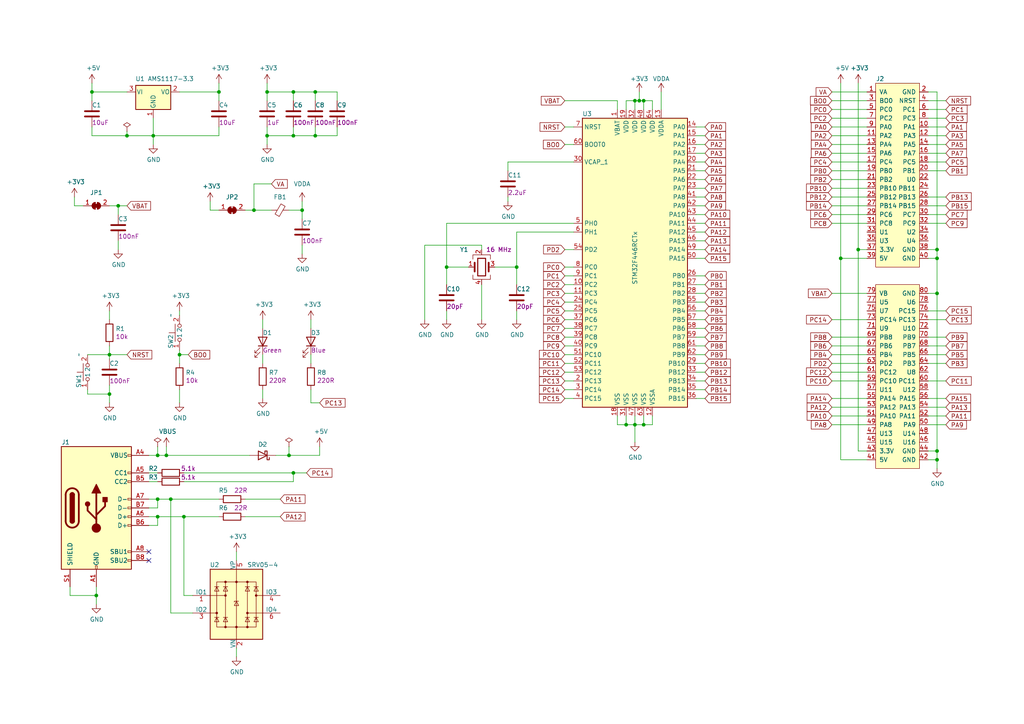
<source format=kicad_sch>
(kicad_sch (version 20211123) (generator eeschema)
  (paper "A4")
  (title_block (title "${TITLE}") (date "2021-06-14") (rev "${REVISION}") (company "${COMPANY}") (comment 1 "${URL}") (comment 2 "${AUTHOR}") (comment 3 "${EMAIL}"))
  (junction (at 45.72 149.86))
  (junction (at 31.75 102.87))
  (junction (at 184.15 29.21))
  (junction (at 271.78 130.81))
  (junction (at 85.09 26.67))
  (junction (at 186.69 29.21))
  (junction (at 85.09 39.37))
  (junction (at 48.26 132.08))
  (junction (at 271.78 74.93))
  (junction (at 271.78 133.35))
  (junction (at 83.82 132.08))
  (junction (at 243.84 74.93))
  (junction (at 31.75 114.3))
  (junction (at 34.29 59.69))
  (junction (at 129.54 77.47))
  (junction (at 44.45 39.37))
  (junction (at 63.5 26.67))
  (junction (at 52.07 102.87))
  (junction (at 91.44 26.67))
  (junction (at 45.72 144.78))
  (junction (at 149.86 77.47))
  (junction (at 87.63 60.96))
  (junction (at 181.61 123.19))
  (junction (at 184.15 123.19))
  (junction (at 77.47 39.37))
  (junction (at 77.47 26.67))
  (junction (at 26.67 26.67))
  (junction (at 248.92 72.39))
  (junction (at 49.53 144.78))
  (junction (at 186.69 123.19))
  (junction (at 271.78 72.39))
  (junction (at 185.42 29.21))
  (junction (at 73.66 60.96))
  (junction (at 27.94 172.72))
  (junction (at 36.83 39.37))
  (junction (at 91.44 39.37))
  (junction (at 271.78 85.09))
  (junction (at 45.72 132.08))
  (junction (at 53.34 149.86))
  (junction (at 85.09 137.16))
  (no_connect (at 43.18 162.56))
  (no_connect (at 43.18 160.02))
  (wire (pts (xy 269.24 123.19) (xy 274.32 123.19)))
  (wire (pts (xy 181.61 123.19) (xy 184.15 123.19)))
  (wire (pts (xy 166.37 95.25) (xy 163.83 95.25)))
  (wire (pts (xy 271.78 130.81) (xy 269.24 130.81)))
  (wire (pts (xy 189.23 123.19) (xy 186.69 123.19)))
  (wire (pts (xy 129.54 64.77) (xy 129.54 77.47)))
  (wire (pts (xy 45.72 129.54) (xy 45.72 132.08)))
  (wire (pts (xy 271.78 85.09) (xy 271.78 130.81)))
  (wire (pts (xy 48.26 129.54) (xy 48.26 132.08)))
  (wire (pts (xy 241.3 46.99) (xy 251.46 46.99)))
  (wire (pts (xy 269.24 64.77) (xy 274.32 64.77)))
  (wire (pts (xy 271.78 133.35) (xy 271.78 130.81)))
  (wire (pts (xy 251.46 72.39) (xy 248.92 72.39)))
  (wire (pts (xy 31.75 90.17) (xy 31.75 92.71)))
  (wire (pts (xy 147.32 58.42) (xy 147.32 57.15)))
  (wire (pts (xy 201.93 49.53) (xy 204.47 49.53)))
  (wire (pts (xy 123.19 71.12) (xy 123.19 92.71)))
  (wire (pts (xy 241.3 120.65) (xy 251.46 120.65)))
  (wire (pts (xy 166.37 90.17) (xy 163.83 90.17)))
  (wire (pts (xy 163.83 72.39) (xy 166.37 72.39)))
  (wire (pts (xy 149.86 67.31) (xy 149.86 77.47)))
  (wire (pts (xy 186.69 120.65) (xy 186.69 123.19)))
  (wire (pts (xy 269.24 46.99) (xy 274.32 46.99)))
  (wire (pts (xy 201.93 82.55) (xy 204.47 82.55)))
  (wire (pts (xy 204.47 100.33) (xy 201.93 100.33)))
  (wire (pts (xy 52.07 26.67) (xy 63.5 26.67)))
  (wire (pts (xy 243.84 74.93) (xy 243.84 133.35)))
  (wire (pts (xy 166.37 85.09) (xy 163.83 85.09)))
  (wire (pts (xy 184.15 31.75) (xy 184.15 29.21)))
  (wire (pts (xy 201.93 87.63) (xy 204.47 87.63)))
  (wire (pts (xy 251.46 100.33) (xy 241.3 100.33)))
  (wire (pts (xy 36.83 102.87) (xy 31.75 102.87)))
  (wire (pts (xy 43.18 147.32) (xy 45.72 147.32)))
  (wire (pts (xy 241.3 115.57) (xy 251.46 115.57)))
  (wire (pts (xy 52.07 102.87) (xy 52.07 105.41)))
  (wire (pts (xy 274.32 115.57) (xy 269.24 115.57)))
  (wire (pts (xy 274.32 34.29) (xy 269.24 34.29)))
  (wire (pts (xy 55.88 172.72) (xy 53.34 172.72)))
  (wire (pts (xy 31.75 116.84) (xy 31.75 114.3)))
  (wire (pts (xy 60.96 58.42) (xy 60.96 60.96)))
  (wire (pts (xy 91.44 39.37) (xy 97.79 39.37)))
  (wire (pts (xy 181.61 29.21) (xy 184.15 29.21)))
  (wire (pts (xy 204.47 46.99) (xy 201.93 46.99)))
  (wire (pts (xy 77.47 26.67) (xy 77.47 24.13)))
  (wire (pts (xy 204.47 57.15) (xy 201.93 57.15)))
  (wire (pts (xy 60.96 60.96) (xy 63.5 60.96)))
  (wire (pts (xy 76.2 95.25) (xy 76.2 92.71)))
  (wire (pts (xy 163.83 41.91) (xy 166.37 41.91)))
  (wire (pts (xy 91.44 29.21) (xy 91.44 26.67)))
  (wire (pts (xy 241.3 44.45) (xy 251.46 44.45)))
  (wire (pts (xy 166.37 67.31) (xy 149.86 67.31)))
  (wire (pts (xy 186.69 29.21) (xy 189.23 29.21)))
  (wire (pts (xy 44.45 41.91) (xy 44.45 39.37)))
  (wire (pts (xy 186.69 123.19) (xy 184.15 123.19)))
  (wire (pts (xy 77.47 36.83) (xy 77.47 39.37)))
  (wire (pts (xy 204.47 41.91) (xy 201.93 41.91)))
  (wire (pts (xy 139.7 71.12) (xy 123.19 71.12)))
  (wire (pts (xy 147.32 46.99) (xy 166.37 46.99)))
  (wire (pts (xy 36.83 39.37) (xy 44.45 39.37)))
  (wire (pts (xy 87.63 58.42) (xy 87.63 60.96)))
  (wire (pts (xy 274.32 118.11) (xy 269.24 118.11)))
  (wire (pts (xy 274.32 44.45) (xy 269.24 44.45)))
  (wire (pts (xy 77.47 26.67) (xy 85.09 26.67)))
  (wire (pts (xy 78.74 53.34) (xy 73.66 53.34)))
  (wire (pts (xy 204.47 67.31) (xy 201.93 67.31)))
  (wire (pts (xy 25.4 114.3) (xy 31.75 114.3)))
  (wire (pts (xy 201.93 64.77) (xy 204.47 64.77)))
  (wire (pts (xy 26.67 26.67) (xy 26.67 24.13)))
  (wire (pts (xy 201.93 59.69) (xy 204.47 59.69)))
  (wire (pts (xy 73.66 60.96) (xy 78.74 60.96)))
  (wire (pts (xy 181.61 120.65) (xy 181.61 123.19)))
  (wire (pts (xy 71.12 149.86) (xy 81.28 149.86)))
  (wire (pts (xy 251.46 130.81) (xy 248.92 130.81)))
  (wire (pts (xy 241.3 97.79) (xy 251.46 97.79)))
  (wire (pts (xy 204.47 62.23) (xy 201.93 62.23)))
  (wire (pts (xy 274.32 97.79) (xy 269.24 97.79)))
  (wire (pts (xy 163.83 92.71) (xy 166.37 92.71)))
  (wire (pts (xy 63.5 36.83) (xy 63.5 39.37)))
  (wire (pts (xy 139.7 72.39) (xy 139.7 71.12)))
  (wire (pts (xy 97.79 36.83) (xy 97.79 39.37)))
  (wire (pts (xy 80.01 132.08) (xy 83.82 132.08)))
  (wire (pts (xy 139.7 82.55) (xy 139.7 92.71)))
  (wire (pts (xy 43.18 144.78) (xy 45.72 144.78)))
  (wire (pts (xy 189.23 31.75) (xy 189.23 29.21)))
  (wire (pts (xy 201.93 54.61) (xy 204.47 54.61)))
  (wire (pts (xy 21.59 59.69) (xy 24.13 59.69)))
  (wire (pts (xy 189.23 120.65) (xy 189.23 123.19)))
  (wire (pts (xy 241.3 107.95) (xy 251.46 107.95)))
  (wire (pts (xy 201.93 44.45) (xy 204.47 44.45)))
  (wire (pts (xy 251.46 118.11) (xy 241.3 118.11)))
  (wire (pts (xy 48.26 132.08) (xy 72.39 132.08)))
  (wire (pts (xy 251.46 110.49) (xy 241.3 110.49)))
  (wire (pts (xy 163.83 107.95) (xy 166.37 107.95)))
  (wire (pts (xy 31.75 59.69) (xy 34.29 59.69)))
  (wire (pts (xy 274.32 110.49) (xy 269.24 110.49)))
  (wire (pts (xy 179.07 123.19) (xy 181.61 123.19)))
  (wire (pts (xy 201.93 69.85) (xy 204.47 69.85)))
  (wire (pts (xy 166.37 110.49) (xy 163.83 110.49)))
  (wire (pts (xy 34.29 59.69) (xy 36.83 59.69)))
  (wire (pts (xy 68.58 160.02) (xy 68.58 162.56)))
  (wire (pts (xy 243.84 74.93) (xy 251.46 74.93)))
  (wire (pts (xy 52.07 90.17) (xy 52.07 91.44)))
  (wire (pts (xy 85.09 137.16) (xy 88.9 137.16)))
  (wire (pts (xy 269.24 72.39) (xy 271.78 72.39)))
  (wire (pts (xy 204.47 52.07) (xy 201.93 52.07)))
  (wire (pts (xy 27.94 172.72) (xy 27.94 175.26)))
  (wire (pts (xy 43.18 152.4) (xy 45.72 152.4)))
  (wire (pts (xy 90.17 113.03) (xy 90.17 116.84)))
  (wire (pts (xy 204.47 72.39) (xy 201.93 72.39)))
  (wire (pts (xy 85.09 139.7) (xy 85.09 137.16)))
  (wire (pts (xy 77.47 39.37) (xy 85.09 39.37)))
  (wire (pts (xy 45.72 132.08) (xy 48.26 132.08)))
  (wire (pts (xy 26.67 36.83) (xy 26.67 39.37)))
  (wire (pts (xy 52.07 101.6) (xy 52.07 102.87)))
  (wire (pts (xy 241.3 41.91) (xy 251.46 41.91)))
  (wire (pts (xy 26.67 39.37) (xy 36.83 39.37)))
  (wire (pts (xy 83.82 60.96) (xy 87.63 60.96)))
  (wire (pts (xy 87.63 71.12) (xy 87.63 73.66)))
  (wire (pts (xy 71.12 60.96) (xy 73.66 60.96)))
  (wire (pts (xy 26.67 26.67) (xy 36.83 26.67)))
  (wire (pts (xy 45.72 149.86) (xy 53.34 149.86)))
  (wire (pts (xy 163.83 77.47) (xy 166.37 77.47)))
  (wire (pts (xy 166.37 105.41) (xy 163.83 105.41)))
  (wire (pts (xy 184.15 123.19) (xy 184.15 128.27)))
  (wire (pts (xy 274.32 49.53) (xy 269.24 49.53)))
  (wire (pts (xy 44.45 34.29) (xy 44.45 39.37)))
  (wire (pts (xy 241.3 102.87) (xy 251.46 102.87)))
  (wire (pts (xy 274.32 120.65) (xy 269.24 120.65)))
  (wire (pts (xy 85.09 26.67) (xy 85.09 29.21)))
  (wire (pts (xy 43.18 132.08) (xy 45.72 132.08)))
  (wire (pts (xy 34.29 69.85) (xy 34.29 72.39)))
  (wire (pts (xy 44.45 39.37) (xy 63.5 39.37)))
  (wire (pts (xy 201.93 102.87) (xy 204.47 102.87)))
  (wire (pts (xy 166.37 64.77) (xy 129.54 64.77)))
  (wire (pts (xy 31.75 100.33) (xy 31.75 102.87)))
  (wire (pts (xy 149.86 77.47) (xy 149.86 82.55)))
  (wire (pts (xy 241.3 62.23) (xy 251.46 62.23)))
  (wire (pts (xy 92.71 132.08) (xy 92.71 129.54)))
  (wire (pts (xy 166.37 100.33) (xy 163.83 100.33)))
  (wire (pts (xy 129.54 90.17) (xy 129.54 92.71)))
  (wire (pts (xy 147.32 49.53) (xy 147.32 46.99)))
  (wire (pts (xy 53.34 137.16) (xy 85.09 137.16)))
  (wire (pts (xy 248.92 24.13) (xy 248.92 72.39)))
  (wire (pts (xy 184.15 120.65) (xy 184.15 123.19)))
  (wire (pts (xy 204.47 36.83) (xy 201.93 36.83)))
  (wire (pts (xy 201.93 97.79) (xy 204.47 97.79)))
  (wire (pts (xy 241.3 29.21) (xy 251.46 29.21)))
  (wire (pts (xy 269.24 31.75) (xy 274.32 31.75)))
  (wire (pts (xy 163.83 36.83) (xy 166.37 36.83)))
  (wire (pts (xy 201.93 115.57) (xy 204.47 115.57)))
  (wire (pts (xy 241.3 52.07) (xy 251.46 52.07)))
  (wire (pts (xy 25.4 102.87) (xy 31.75 102.87)))
  (wire (pts (xy 77.47 26.67) (xy 77.47 29.21)))
  (wire (pts (xy 91.44 39.37) (xy 85.09 39.37)))
  (wire (pts (xy 43.18 137.16) (xy 45.72 137.16)))
  (wire (pts (xy 274.32 62.23) (xy 269.24 62.23)))
  (wire (pts (xy 251.46 105.41) (xy 241.3 105.41)))
  (wire (pts (xy 181.61 31.75) (xy 181.61 29.21)))
  (wire (pts (xy 163.83 113.03) (xy 166.37 113.03)))
  (wire (pts (xy 31.75 114.3) (xy 31.75 111.76)))
  (wire (pts (xy 163.83 87.63) (xy 166.37 87.63)))
  (wire (pts (xy 20.32 172.72) (xy 27.94 172.72)))
  (wire (pts (xy 204.47 105.41) (xy 201.93 105.41)))
  (wire (pts (xy 90.17 116.84) (xy 92.71 116.84)))
  (wire (pts (xy 90.17 102.87) (xy 90.17 105.41)))
  (wire (pts (xy 241.3 39.37) (xy 251.46 39.37)))
  (wire (pts (xy 274.32 39.37) (xy 269.24 39.37)))
  (wire (pts (xy 53.34 149.86) (xy 63.5 149.86)))
  (wire (pts (xy 25.4 113.03) (xy 25.4 114.3)))
  (wire (pts (xy 269.24 41.91) (xy 274.32 41.91)))
  (wire (pts (xy 49.53 177.8) (xy 49.53 144.78)))
  (wire (pts (xy 71.12 144.78) (xy 81.28 144.78)))
  (wire (pts (xy 163.83 29.21) (xy 179.07 29.21)))
  (wire (pts (xy 251.46 123.19) (xy 241.3 123.19)))
  (wire (pts (xy 241.3 92.71) (xy 251.46 92.71)))
  (wire (pts (xy 271.78 74.93) (xy 271.78 85.09)))
  (wire (pts (xy 91.44 36.83) (xy 91.44 39.37)))
  (wire (pts (xy 45.72 152.4) (xy 45.72 149.86)))
  (wire (pts (xy 97.79 29.21) (xy 97.79 26.67)))
  (wire (pts (xy 185.42 26.67) (xy 185.42 29.21)))
  (wire (pts (xy 241.3 54.61) (xy 251.46 54.61)))
  (wire (pts (xy 269.24 29.21) (xy 274.32 29.21)))
  (wire (pts (xy 201.93 110.49) (xy 204.47 110.49)))
  (wire (pts (xy 149.86 90.17) (xy 149.86 92.71)))
  (wire (pts (xy 201.93 92.71) (xy 204.47 92.71)))
  (wire (pts (xy 271.78 72.39) (xy 271.78 74.93)))
  (wire (pts (xy 204.47 90.17) (xy 201.93 90.17)))
  (wire (pts (xy 241.3 36.83) (xy 251.46 36.83)))
  (wire (pts (xy 87.63 60.96) (xy 87.63 63.5)))
  (wire (pts (xy 241.3 85.09) (xy 251.46 85.09)))
  (wire (pts (xy 166.37 115.57) (xy 163.83 115.57)))
  (wire (pts (xy 204.47 80.01) (xy 201.93 80.01)))
  (wire (pts (xy 45.72 144.78) (xy 49.53 144.78)))
  (wire (pts (xy 269.24 59.69) (xy 274.32 59.69)))
  (wire (pts (xy 269.24 74.93) (xy 271.78 74.93)))
  (wire (pts (xy 53.34 139.7) (xy 85.09 139.7)))
  (wire (pts (xy 271.78 85.09) (xy 269.24 85.09)))
  (wire (pts (xy 163.83 102.87) (xy 166.37 102.87)))
  (wire (pts (xy 248.92 72.39) (xy 248.92 130.81)))
  (wire (pts (xy 163.83 82.55) (xy 166.37 82.55)))
  (wire (pts (xy 49.53 144.78) (xy 63.5 144.78)))
  (wire (pts (xy 201.93 39.37) (xy 204.47 39.37)))
  (wire (pts (xy 20.32 170.18) (xy 20.32 172.72)))
  (wire (pts (xy 241.3 64.77) (xy 251.46 64.77)))
  (wire (pts (xy 36.83 38.1) (xy 36.83 39.37)))
  (wire (pts (xy 77.47 41.91) (xy 77.47 39.37)))
  (wire (pts (xy 271.78 135.89) (xy 271.78 133.35)))
  (wire (pts (xy 76.2 115.57) (xy 76.2 113.03)))
  (wire (pts (xy 91.44 26.67) (xy 97.79 26.67)))
  (wire (pts (xy 55.88 177.8) (xy 49.53 177.8)))
  (wire (pts (xy 26.67 26.67) (xy 26.67 29.21)))
  (wire (pts (xy 274.32 92.71) (xy 269.24 92.71)))
  (wire (pts (xy 73.66 53.34) (xy 73.66 60.96)))
  (wire (pts (xy 184.15 29.21) (xy 185.42 29.21)))
  (wire (pts (xy 63.5 26.67) (xy 63.5 24.13)))
  (wire (pts (xy 166.37 80.01) (xy 163.83 80.01)))
  (wire (pts (xy 52.07 113.03) (xy 52.07 116.84)))
  (wire (pts (xy 204.47 113.03) (xy 201.93 113.03)))
  (wire (pts (xy 21.59 57.15) (xy 21.59 59.69)))
  (wire (pts (xy 45.72 149.86) (xy 43.18 149.86)))
  (wire (pts (xy 45.72 139.7) (xy 43.18 139.7)))
  (wire (pts (xy 274.32 102.87) (xy 269.24 102.87)))
  (wire (pts (xy 34.29 59.69) (xy 34.29 62.23)))
  (wire (pts (xy 179.07 120.65) (xy 179.07 123.19)))
  (wire (pts (xy 243.84 24.13) (xy 243.84 74.93)))
  (wire (pts (xy 269.24 100.33) (xy 274.32 100.33)))
  (wire (pts (xy 91.44 26.67) (xy 85.09 26.67)))
  (wire (pts (xy 135.89 77.47) (xy 129.54 77.47)))
  (wire (pts (xy 204.47 107.95) (xy 201.93 107.95)))
  (wire (pts (xy 90.17 92.71) (xy 90.17 95.25)))
  (wire (pts (xy 27.94 170.18) (xy 27.94 172.72)))
  (wire (pts (xy 269.24 90.17) (xy 274.32 90.17)))
  (wire (pts (xy 83.82 132.08) (xy 92.71 132.08)))
  (wire (pts (xy 63.5 26.67) (xy 63.5 29.21)))
  (wire (pts (xy 201.93 74.93) (xy 204.47 74.93)))
  (wire (pts (xy 53.34 172.72) (xy 53.34 149.86)))
  (wire (pts (xy 129.54 77.47) (xy 129.54 82.55)))
  (wire (pts (xy 68.58 190.5) (xy 68.58 187.96)))
  (wire (pts (xy 274.32 57.15) (xy 269.24 57.15)))
  (wire (pts (xy 45.72 147.32) (xy 45.72 144.78)))
  (wire (pts (xy 185.42 29.21) (xy 186.69 29.21)))
  (wire (pts (xy 143.51 77.47) (xy 149.86 77.47)))
  (wire (pts (xy 83.82 129.54) (xy 83.82 132.08)))
  (wire (pts (xy 179.07 31.75) (xy 179.07 29.21)))
  (wire (pts (xy 191.77 26.67) (xy 191.77 31.75)))
  (wire (pts (xy 269.24 26.67) (xy 271.78 26.67)))
  (wire (pts (xy 271.78 133.35) (xy 269.24 133.35)))
  (wire (pts (xy 54.61 102.87) (xy 52.07 102.87)))
  (wire (pts (xy 204.47 95.25) (xy 201.93 95.25)))
  (wire (pts (xy 186.69 31.75) (xy 186.69 29.21)))
  (wire (pts (xy 241.3 34.29) (xy 251.46 34.29)))
  (wire (pts (xy 241.3 26.67) (xy 251.46 26.67)))
  (wire (pts (xy 76.2 105.41) (xy 76.2 102.87)))
  (wire (pts (xy 243.84 133.35) (xy 251.46 133.35)))
  (wire (pts (xy 241.3 59.69) (xy 251.46 59.69)))
  (wire (pts (xy 85.09 39.37) (xy 85.09 36.83)))
  (wire (pts (xy 241.3 31.75) (xy 251.46 31.75)))
  (wire (pts (xy 271.78 26.67) (xy 271.78 72.39)))
  (wire (pts (xy 31.75 102.87) (xy 31.75 104.14)))
  (wire (pts (xy 241.3 57.15) (xy 251.46 57.15)))
  (wire (pts (xy 269.24 36.83) (xy 274.32 36.83)))
  (wire (pts (xy 163.83 97.79) (xy 166.37 97.79)))
  (wire (pts (xy 204.47 85.09) (xy 201.93 85.09)))
  (wire (pts (xy 274.32 105.41) (xy 269.24 105.41)))
  (wire (pts (xy 241.3 49.53) (xy 251.46 49.53)))
  (global_label "PC8" (shape input) (at 163.83 97.79 180) (property "Intersheet References" "${INTERSHEET_REFS}" (effects hide)))
  (global_label "PC11" (shape input) (at 274.32 110.49 0) (property "Intersheet References" "${INTERSHEET_REFS}" (effects hide)))
  (global_label "PA9" (shape input) (at 274.32 123.19 0) (property "Intersheet References" "${INTERSHEET_REFS}" (effects hide)))
  (global_label "PB10" (shape input) (at 241.3 54.61 180) (property "Intersheet References" "${INTERSHEET_REFS}" (effects hide)))
  (global_label "PB14" (shape input) (at 241.3 59.69 180) (property "Intersheet References" "${INTERSHEET_REFS}" (effects hide)))
  (global_label "NRST" (shape input) (at 163.83 36.83 180) (property "Intersheet References" "${INTERSHEET_REFS}" (effects hide)))
  (global_label "PA14" (shape input) (at 204.47 72.39 0) (property "Intersheet References" "${INTERSHEET_REFS}" (effects hide)))
  (global_label "PC3" (shape input) (at 274.32 34.29 0) (property "Intersheet References" "${INTERSHEET_REFS}" (effects hide)))
  (global_label "PA6" (shape input) (at 241.3 44.45 180) (property "Intersheet References" "${INTERSHEET_REFS}" (effects hide)))
  (global_label "NRST" (shape input) (at 36.83 102.87 0) (property "Intersheet References" "${INTERSHEET_REFS}" (effects hide)))
  (global_label "PC2" (shape input) (at 241.3 34.29 180) (property "Intersheet References" "${INTERSHEET_REFS}" (effects hide)))
  (global_label "PC15" (shape input) (at 274.32 90.17 0) (property "Intersheet References" "${INTERSHEET_REFS}" (effects hide)))
  (global_label "PC13" (shape input) (at 163.83 110.49 180) (property "Intersheet References" "${INTERSHEET_REFS}" (effects hide)))
  (global_label "PA13" (shape input) (at 204.47 69.85 0) (property "Intersheet References" "${INTERSHEET_REFS}" (effects hide)))
  (global_label "PB2" (shape input) (at 204.47 85.09 0) (property "Intersheet References" "${INTERSHEET_REFS}" (effects hide)))
  (global_label "PB9" (shape input) (at 204.47 102.87 0) (property "Intersheet References" "${INTERSHEET_REFS}" (effects hide)))
  (global_label "BO0" (shape input) (at 241.3 29.21 180) (property "Intersheet References" "${INTERSHEET_REFS}" (effects hide)))
  (global_label "BO0" (shape input) (at 163.83 41.91 180) (property "Intersheet References" "${INTERSHEET_REFS}" (effects hide)))
  (global_label "VBAT" (shape input) (at 241.3 85.09 180) (property "Intersheet References" "${INTERSHEET_REFS}" (effects hide)))
  (global_label "PC11" (shape input) (at 163.83 105.41 180) (property "Intersheet References" "${INTERSHEET_REFS}" (effects hide)))
  (global_label "PB2" (shape input) (at 241.3 52.07 180) (property "Intersheet References" "${INTERSHEET_REFS}" (effects hide)))
  (global_label "PC12" (shape input) (at 241.3 107.95 180) (property "Intersheet References" "${INTERSHEET_REFS}" (effects hide)))
  (global_label "PB6" (shape input) (at 241.3 100.33 180) (property "Intersheet References" "${INTERSHEET_REFS}" (effects hide)))
  (global_label "PC2" (shape input) (at 163.83 82.55 180) (property "Intersheet References" "${INTERSHEET_REFS}" (effects hide)))
  (global_label "PB15" (shape input) (at 274.32 59.69 0) (property "Intersheet References" "${INTERSHEET_REFS}" (effects hide)))
  (global_label "PA4" (shape input) (at 204.47 46.99 0) (property "Intersheet References" "${INTERSHEET_REFS}" (effects hide)))
  (global_label "PB5" (shape input) (at 274.32 102.87 0) (property "Intersheet References" "${INTERSHEET_REFS}" (effects hide)))
  (global_label "PC13" (shape input) (at 92.71 116.84 0) (property "Intersheet References" "${INTERSHEET_REFS}" (effects hide)))
  (global_label "PC3" (shape input) (at 163.83 85.09 180) (property "Intersheet References" "${INTERSHEET_REFS}" (effects hide)))
  (global_label "PC7" (shape input) (at 163.83 95.25 180) (property "Intersheet References" "${INTERSHEET_REFS}" (effects hide)))
  (global_label "PA3" (shape input) (at 274.32 39.37 0) (property "Intersheet References" "${INTERSHEET_REFS}" (effects hide)))
  (global_label "PA8" (shape input) (at 204.47 57.15 0) (property "Intersheet References" "${INTERSHEET_REFS}" (effects hide)))
  (global_label "PD2" (shape input) (at 163.83 72.39 180) (property "Intersheet References" "${INTERSHEET_REFS}" (effects hide)))
  (global_label "PB14" (shape input) (at 204.47 113.03 0) (property "Intersheet References" "${INTERSHEET_REFS}" (effects hide)))
  (global_label "PB12" (shape input) (at 204.47 107.95 0) (property "Intersheet References" "${INTERSHEET_REFS}" (effects hide)))
  (global_label "PB9" (shape input) (at 274.32 97.79 0) (property "Intersheet References" "${INTERSHEET_REFS}" (effects hide)))
  (global_label "PB3" (shape input) (at 204.47 87.63 0) (property "Intersheet References" "${INTERSHEET_REFS}" (effects hide)))
  (global_label "PB13" (shape input) (at 204.47 110.49 0) (property "Intersheet References" "${INTERSHEET_REFS}" (effects hide)))
  (global_label "PC4" (shape input) (at 163.83 87.63 180) (property "Intersheet References" "${INTERSHEET_REFS}" (effects hide)))
  (global_label "PA12" (shape input) (at 241.3 118.11 180) (property "Intersheet References" "${INTERSHEET_REFS}" (effects hide)))
  (global_label "PC14" (shape input) (at 88.9 137.16 0) (property "Intersheet References" "${INTERSHEET_REFS}" (effects hide)))
  (global_label "PA11" (shape input) (at 81.28 144.78 0) (property "Intersheet References" "${INTERSHEET_REFS}" (effects hide)))
  (global_label "PA7" (shape input) (at 274.32 44.45 0) (property "Intersheet References" "${INTERSHEET_REFS}" (effects hide)))
  (global_label "PA2" (shape input) (at 204.47 41.91 0) (property "Intersheet References" "${INTERSHEET_REFS}" (effects hide)))
  (global_label "PD2" (shape input) (at 241.3 105.41 180) (property "Intersheet References" "${INTERSHEET_REFS}" (effects hide)))
  (global_label "PB0" (shape input) (at 204.47 80.01 0) (property "Intersheet References" "${INTERSHEET_REFS}" (effects hide)))
  (global_label "PC5" (shape input) (at 163.83 90.17 180) (property "Intersheet References" "${INTERSHEET_REFS}" (effects hide)))
  (global_label "PB4" (shape input) (at 241.3 102.87 180) (property "Intersheet References" "${INTERSHEET_REFS}" (effects hide)))
  (global_label "PA2" (shape input) (at 241.3 39.37 180) (property "Intersheet References" "${INTERSHEET_REFS}" (effects hide)))
  (global_label "PA9" (shape input) (at 204.47 59.69 0) (property "Intersheet References" "${INTERSHEET_REFS}" (effects hide)))
  (global_label "PA7" (shape input) (at 204.47 54.61 0) (property "Intersheet References" "${INTERSHEET_REFS}" (effects hide)))
  (global_label "PB15" (shape input) (at 204.47 115.57 0) (property "Intersheet References" "${INTERSHEET_REFS}" (effects hide)))
  (global_label "PB7" (shape input) (at 204.47 97.79 0) (property "Intersheet References" "${INTERSHEET_REFS}" (effects hide)))
  (global_label "PA12" (shape input) (at 81.28 149.86 0) (property "Intersheet References" "${INTERSHEET_REFS}" (effects hide)))
  (global_label "PA10" (shape input) (at 241.3 120.65 180) (property "Intersheet References" "${INTERSHEET_REFS}" (effects hide)))
  (global_label "PC7" (shape input) (at 274.32 62.23 0) (property "Intersheet References" "${INTERSHEET_REFS}" (effects hide)))
  (global_label "PC9" (shape input) (at 274.32 64.77 0) (property "Intersheet References" "${INTERSHEET_REFS}" (effects hide)))
  (global_label "PA15" (shape input) (at 274.32 115.57 0) (property "Intersheet References" "${INTERSHEET_REFS}" (effects hide)))
  (global_label "PB13" (shape input) (at 274.32 57.15 0) (property "Intersheet References" "${INTERSHEET_REFS}" (effects hide)))
  (global_label "PB10" (shape input) (at 204.47 105.41 0) (property "Intersheet References" "${INTERSHEET_REFS}" (effects hide)))
  (global_label "PC5" (shape input) (at 274.32 46.99 0) (property "Intersheet References" "${INTERSHEET_REFS}" (effects hide)))
  (global_label "VBAT" (shape input) (at 36.83 59.69 0) (property "Intersheet References" "${INTERSHEET_REFS}" (effects hide)))
  (global_label "PC0" (shape input) (at 163.83 77.47 180) (property "Intersheet References" "${INTERSHEET_REFS}" (effects hide)))
  (global_label "PB12" (shape input) (at 241.3 57.15 180) (property "Intersheet References" "${INTERSHEET_REFS}" (effects hide)))
  (global_label "PA6" (shape input) (at 204.47 52.07 0) (property "Intersheet References" "${INTERSHEET_REFS}" (effects hide)))
  (global_label "PC6" (shape input) (at 163.83 92.71 180) (property "Intersheet References" "${INTERSHEET_REFS}" (effects hide)))
  (global_label "PB4" (shape input) (at 204.47 90.17 0) (property "Intersheet References" "${INTERSHEET_REFS}" (effects hide)))
  (global_label "PC12" (shape input) (at 163.83 107.95 180) (property "Intersheet References" "${INTERSHEET_REFS}" (effects hide)))
  (global_label "PB0" (shape input) (at 241.3 49.53 180) (property "Intersheet References" "${INTERSHEET_REFS}" (effects hide)))
  (global_label "PC1" (shape input) (at 163.83 80.01 180) (property "Intersheet References" "${INTERSHEET_REFS}" (effects hide)))
  (global_label "PC14" (shape input) (at 241.3 92.71 180) (property "Intersheet References" "${INTERSHEET_REFS}" (effects hide)))
  (global_label "PC4" (shape input) (at 241.3 46.99 180) (property "Intersheet References" "${INTERSHEET_REFS}" (effects hide)))
  (global_label "PA14" (shape input) (at 241.3 115.57 180) (property "Intersheet References" "${INTERSHEET_REFS}" (effects hide)))
  (global_label "PA11" (shape input) (at 274.32 120.65 0) (property "Intersheet References" "${INTERSHEET_REFS}" (effects hide)))
  (global_label "PA5" (shape input) (at 204.47 49.53 0) (property "Intersheet References" "${INTERSHEET_REFS}" (effects hide)))
  (global_label "PA12" (shape input) (at 204.47 67.31 0) (property "Intersheet References" "${INTERSHEET_REFS}" (effects hide)))
  (global_label "PB1" (shape input) (at 204.47 82.55 0) (property "Intersheet References" "${INTERSHEET_REFS}" (effects hide)))
  (global_label "PB5" (shape input) (at 204.47 92.71 0) (property "Intersheet References" "${INTERSHEET_REFS}" (effects hide)))
  (global_label "PC0" (shape input) (at 241.3 31.75 180) (property "Intersheet References" "${INTERSHEET_REFS}" (effects hide)))
  (global_label "VBAT" (shape input) (at 163.83 29.21 180) (property "Intersheet References" "${INTERSHEET_REFS}" (effects hide)))
  (global_label "PA8" (shape input) (at 241.3 123.19 180) (property "Intersheet References" "${INTERSHEET_REFS}" (effects hide)))
  (global_label "PA3" (shape input) (at 204.47 44.45 0) (property "Intersheet References" "${INTERSHEET_REFS}" (effects hide)))
  (global_label "PA15" (shape input) (at 204.47 74.93 0) (property "Intersheet References" "${INTERSHEET_REFS}" (effects hide)))
  (global_label "PB8" (shape input) (at 204.47 100.33 0) (property "Intersheet References" "${INTERSHEET_REFS}" (effects hide)))
  (global_label "PB3" (shape input) (at 274.32 105.41 0) (property "Intersheet References" "${INTERSHEET_REFS}" (effects hide)))
  (global_label "PC15" (shape input) (at 163.83 115.57 180) (property "Intersheet References" "${INTERSHEET_REFS}" (effects hide)))
  (global_label "PC6" (shape input) (at 241.3 62.23 180) (property "Intersheet References" "${INTERSHEET_REFS}" (effects hide)))
  (global_label "PA1" (shape input) (at 274.32 36.83 0) (property "Intersheet References" "${INTERSHEET_REFS}" (effects hide)))
  (global_label "PB6" (shape input) (at 204.47 95.25 0) (property "Intersheet References" "${INTERSHEET_REFS}" (effects hide)))
  (global_label "PB8" (shape input) (at 241.3 97.79 180) (property "Intersheet References" "${INTERSHEET_REFS}" (effects hide)))
  (global_label "VA" (shape input) (at 241.3 26.67 180) (property "Intersheet References" "${INTERSHEET_REFS}" (effects hide)))
  (global_label "PC8" (shape input) (at 241.3 64.77 180) (property "Intersheet References" "${INTERSHEET_REFS}" (effects hide)))
  (global_label "NRST" (shape input) (at 274.32 29.21 0) (property "Intersheet References" "${INTERSHEET_REFS}" (effects hide)))
  (global_label "PA11" (shape input) (at 204.47 64.77 0) (property "Intersheet References" "${INTERSHEET_REFS}" (effects hide)))
  (global_label "PC13" (shape input) (at 274.32 92.71 0) (property "Intersheet References" "${INTERSHEET_REFS}" (effects hide)))
  (global_label "PA0" (shape input) (at 241.3 36.83 180) (property "Intersheet References" "${INTERSHEET_REFS}" (effects hide)))
  (global_label "PC14" (shape input) (at 163.83 113.03 180) (property "Intersheet References" "${INTERSHEET_REFS}" (effects hide)))
  (global_label "PA1" (shape input) (at 204.47 39.37 0) (property "Intersheet References" "${INTERSHEET_REFS}" (effects hide)))
  (global_label "PA13" (shape input) (at 274.32 118.11 0) (property "Intersheet References" "${INTERSHEET_REFS}" (effects hide)))
  (global_label "PC9" (shape input) (at 163.83 100.33 180) (property "Intersheet References" "${INTERSHEET_REFS}" (effects hide)))
  (global_label "VA" (shape input) (at 78.74 53.34 0) (property "Intersheet References" "${INTERSHEET_REFS}" (effects hide)))
  (global_label "PB1" (shape input) (at 274.32 49.53 0) (property "Intersheet References" "${INTERSHEET_REFS}" (effects hide)))
  (global_label "PC1" (shape input) (at 274.32 31.75 0) (property "Intersheet References" "${INTERSHEET_REFS}" (effects hide)))
  (global_label "PA5" (shape input) (at 274.32 41.91 0) (property "Intersheet References" "${INTERSHEET_REFS}" (effects hide)))
  (global_label "PC10" (shape input) (at 163.83 102.87 180) (property "Intersheet References" "${INTERSHEET_REFS}" (effects hide)))
  (global_label "PB7" (shape input) (at 274.32 100.33 0) (property "Intersheet References" "${INTERSHEET_REFS}" (effects hide)))
  (global_label "PA10" (shape input) (at 204.47 62.23 0) (property "Intersheet References" "${INTERSHEET_REFS}" (effects hide)))
  (global_label "PA0" (shape input) (at 204.47 36.83 0) (property "Intersheet References" "${INTERSHEET_REFS}" (effects hide)))
  (global_label "PA4" (shape input) (at 241.3 41.91 180) (property "Intersheet References" "${INTERSHEET_REFS}" (effects hide)))
  (global_label "BO0" (shape input) (at 54.61 102.87 0) (property "Intersheet References" "${INTERSHEET_REFS}" (effects hide)))
  (global_label "PC10" (shape input) (at 241.3 110.49 180) (property "Intersheet References" "${INTERSHEET_REFS}" (effects hide)))
  (symbol (lib_id "power:GND") (at 184.15 128.27 0) (unit 1)
    (property "Reference" "#PWR028" (effects hide))
    (property "Value" "GND" (at 184.277 132.6642 0))
  )
  (symbol (lib_id "power:+3.3V") (at 185.42 26.67 0) (unit 1)
    (property "Reference" "#PWR029" (effects hide))
    (property "Value" "+3.3V" (at 185.42 22.86 0))
  )
  (symbol (lib_id "stm32world:STM32WORLD_BASE") (at 260.35 80.01 0) (unit 1)
    (property "Reference" "J2" (at 255.27 22.86 0))
    (property "Value" "STM32WORLD_BASE" (effects hide))
    (property "Footprint" "stm32world:STM32WORLD_BASE" (effects hide))
  )
  (symbol (lib_id "power:+3.3V") (at 248.92 24.13 0) (unit 1)
    (property "Reference" "#PWR032" (effects hide))
    (property "Value" "+3.3V" (at 249.301 19.7358 0))
  )
  (symbol (lib_id "power:GND") (at 271.78 135.89 0) (unit 1)
    (property "Reference" "#PWR033" (effects hide))
    (property "Value" "GND" (at 271.907 140.2842 0))
  )
  (symbol (lib_id "power:GND") (at 129.54 92.71 0) (unit 1)
    (property "Reference" "#PWR024" (effects hide))
    (property "Value" "GND" (at 129.667 97.1042 0))
  )
  (symbol (lib_id "power:GND") (at 149.86 92.71 0) (unit 1)
    (property "Reference" "#PWR027" (effects hide))
    (property "Value" "GND" (at 149.987 97.1042 0))
  )
  (symbol (lib_id "power:GND") (at 139.7 92.71 0) (unit 1)
    (property "Reference" "#PWR025" (effects hide))
    (property "Value" "GND" (at 139.827 97.1042 0))
  )
  (symbol (lib_id "power:GND") (at 123.19 92.71 0) (unit 1)
    (property "Reference" "#PWR023" (effects hide))
    (property "Value" "GND" (at 123.317 97.1042 0))
  )
  (symbol (lib_id "Device:D_Schottky") (at 76.2 132.08 180) (unit 1)
    (property "Reference" "D2" (at 76.2 128.905 0))
    (property "Value" "~" (at 76.2 128.8796 0))
    (property "Footprint" "Diode_SMD:D_SOD-123" (effects hide))
    (property "LCSC" "C8598" (effects hide))
  )
  (symbol (lib_id "power:GND") (at 27.94 175.26 0) (unit 1)
    (property "Reference" "#PWR03" (effects hide))
    (property "Value" "GND" (at 28.067 179.6542 0))
  )
  (symbol (lib_id "stm32world:USB_C_Receptacle_USB2.0") (at 27.94 147.32 0) (unit 1)
    (property "Reference" "J1" (at 19.05 128.27 0))
    (property "Footprint" "stm32world:USB_C_Receptacle_HRO_TYPE-C-31-M-12" (effects hide))
    (property "Datasheet" "1811131825_Korean-Hroparts-Elec-TYPE-C-31-M-12_C165948.pdf" (effects hide))
    (property "LCSC" "C165948" (effects hide))
  )
  (symbol (lib_id "power:VBUS") (at 48.26 129.54 0) (unit 1)
    (property "Reference" "#PWR08" (effects hide))
    (property "Value" "VBUS" (at 48.641 125.1458 0))
  )
  (symbol (lib_id "power:+5V") (at 92.71 129.54 0) (unit 1)
    (property "Reference" "#PWR022" (effects hide))
    (property "Value" "+5V" (at 93.091 125.1458 0))
  )
  (symbol (lib_id "power:PWR_FLAG") (at 45.72 129.54 0) (unit 1)
    (property "Reference" "#FLG02" (effects hide))
    (property "Value" "PWR_FLAG" (effects hide))
  )
  (symbol (lib_id "power:PWR_FLAG") (at 83.82 129.54 0) (unit 1)
    (property "Reference" "#FLG03" (effects hide))
    (property "Value" "PWR_FLAG" (effects hide))
  )
  (symbol (lib_id "power:GND") (at 44.45 41.91 0) (unit 1)
    (property "Reference" "#PWR07" (effects hide))
    (property "Value" "GND" (at 44.577 46.3042 0))
  )
  (symbol (lib_id "power:+3.3V") (at 63.5 24.13 0) (unit 1)
    (property "Reference" "#PWR012" (effects hide))
    (property "Value" "+3.3V" (at 63.881 19.7358 0))
  )
  (symbol (lib_id "power:PWR_FLAG") (at 36.83 38.1 0) (unit 1)
    (property "Reference" "#FLG01" (effects hide))
    (property "Value" "PWR_FLAG" (effects hide))
  )
  (symbol (lib_id "power:+3.3V") (at 77.47 24.13 0) (unit 1)
    (property "Reference" "#PWR017" (effects hide))
    (property "Value" "+3.3V" (at 77.851 19.7358 0))
  )
  (symbol (lib_id "power:GND") (at 77.47 41.91 0) (unit 1)
    (property "Reference" "#PWR018" (effects hide))
    (property "Value" "GND" (at 77.597 46.3042 0))
  )
  (symbol (lib_id "power:+5V") (at 26.67 24.13 0) (unit 1)
    (property "Reference" "#PWR02" (effects hide))
    (property "Value" "+5V" (at 27.051 19.7358 0))
  )
  (symbol (lib_id "stm32world:TS-1088R-02526") (at 25.4 107.95 90) (unit 1)
    (property "Reference" "SW1" (at 22.86 110.49 0))
    (property "Value" "~" (at 22.86 102.87 0))
    (property "Footprint" "stm32world:TS-1088R-02526" (effects hide))
    (property "Datasheet" "https://datasheet.lcsc.com/szlcsc/1912111437_XUNPU-TS-1088R-02526_C455281.pdf" (effects hide))
    (property "LCSC" "C455281" (effects hide))
  )
  (symbol (lib_id "power:GND") (at 31.75 116.84 0) (unit 1)
    (property "Reference" "#PWR05" (effects hide))
    (property "Value" "GND" (at 31.877 121.2342 0))
  )
  (symbol (lib_id "power:GND") (at 76.2 115.57 0) (unit 1)
    (property "Reference" "#PWR016" (effects hide))
    (property "Value" "GND" (at 76.327 119.9642 0))
  )
  (symbol (lib_id "power:+3.3V") (at 90.17 92.71 0) (unit 1)
    (property "Reference" "#PWR021" (effects hide))
    (property "Value" "+3.3V" (at 90.551 88.3158 0))
  )
  (symbol (lib_id "power:+3.3V") (at 76.2 92.71 0) (unit 1)
    (property "Reference" "#PWR015" (effects hide))
    (property "Value" "+3.3V" (at 76.581 88.3158 0))
  )
  (symbol (lib_id "stm32world:TS-1088R-02526") (at 52.07 96.52 90) (unit 1)
    (property "Reference" "SW2" (at 49.53 99.06 0))
    (property "Value" "~" (at 49.53 91.44 0))
    (property "Footprint" "stm32world:TS-1088R-02526" (effects hide))
    (property "Datasheet" "https://datasheet.lcsc.com/szlcsc/1912111437_XUNPU-TS-1088R-02526_C455281.pdf" (effects hide))
    (property "LCSC" "C455281" (effects hide))
  )
  (symbol (lib_id "power:GND") (at 52.07 116.84 0) (unit 1)
    (property "Reference" "#PWR010" (effects hide))
    (property "Value" "GND" (at 52.197 121.2342 0))
  )
  (symbol (lib_id "power:+3.3V") (at 52.07 90.17 0) (unit 1)
    (property "Reference" "#PWR09" (effects hide))
    (property "Value" "+3.3V" (at 52.451 85.7758 0))
  )
  (symbol (lib_id "power:+3.3V") (at 31.75 90.17 0) (unit 1)
    (property "Reference" "#PWR04" (effects hide))
    (property "Value" "+3.3V" (at 32.131 85.7758 0))
  )
  (symbol (lib_id "stm32world:C_100NF_0603") (at 85.09 33.02 0) (unit 1)
    (property "Reference" "C6" (at 85.09 30.48 0) (effects (justify left)))
    (property "Value" "C_100NF_0603" (effects hide))
    (property "Footprint" "Capacitor_SMD:C_0603_1608Metric" (effects hide))
    (property "Display" "100nF" (at 85.09 35.56 0) (effects (justify left)))
    (property "LCSC" "C14663" (effects hide))
  )
  (symbol (lib_id "stm32world:C_100NF_0603") (at 91.44 33.02 0) (unit 1)
    (property "Reference" "C8" (at 91.44 30.48 0) (effects (justify left)))
    (property "Value" "C_100NF_0603" (effects hide))
    (property "Footprint" "Capacitor_SMD:C_0603_1608Metric" (effects hide))
    (property "Display" "100nF" (at 91.44 35.56 0) (effects (justify left)))
    (property "LCSC" "C14663" (effects hide))
  )
  (symbol (lib_id "stm32world:C_100NF_0603") (at 97.79 33.02 0) (unit 1)
    (property "Reference" "C9" (at 97.79 30.48 0) (effects (justify left)))
    (property "Value" "C_100NF_0603" (effects hide))
    (property "Footprint" "Capacitor_SMD:C_0603_1608Metric" (effects hide))
    (property "Display" "100nF" (at 97.79 35.56 0) (effects (justify left)))
    (property "LCSC" "C14663" (effects hide))
  )
  (symbol (lib_id "stm32world:R_5.1K_0603") (at 49.53 137.16 270) (unit 1)
    (property "Reference" "R2" (at 44.45 135.89 90))
    (property "Value" "R_5.1K_0603" (effects hide))
    (property "Footprint" "Resistor_SMD:R_0603_1608Metric" (effects hide))
    (property "Display" "5.1k" (at 54.61 135.89 90))
    (property "LCSC" "C23186" (effects hide))
  )
  (symbol (lib_id "stm32world:R_5.1K_0603") (at 49.53 139.7 270) (unit 1)
    (property "Reference" "R3" (at 44.45 138.43 90))
    (property "Value" "R_5.1K_0603" (effects hide))
    (property "Footprint" "Resistor_SMD:R_0603_1608Metric" (effects hide))
    (property "Display" "5.1k" (at 54.61 138.43 90))
    (property "LCSC" "C23186" (effects hide))
  )
  (symbol (lib_id "stm32world:AMS1117-3.3") (at 44.45 26.67 0) (unit 1)
    (property "Reference" "U1" (at 40.64 22.86 0))
    (property "Value" "AMS1117-3.3" (at 49.53 22.86 0))
    (property "Footprint" "Package_TO_SOT_SMD:SOT-223-3_TabPin2" (effects hide))
    (property "Datasheet" "https://datasheet.lcsc.com/lcsc/1811142212_Advanced-Monolithic-Systems-AMS1117-3-3_C6186.pdf" (effects hide))
    (property "LCSC" "C6186" (effects hide))
  )
  (symbol (lib_id "stm32world:LED_GREEN_0603") (at 76.2 99.06 270) (mirror x) (unit 1)
    (property "Reference" "D1" (at 76.2 96.52 90) (effects (justify left)))
    (property "Value" "LED_GREEN_0603" (effects hide))
    (property "Footprint" "LED_SMD:LED_0603_1608Metric" (effects hide))
    (property "Display" "Green" (at 76.2 101.6 90) (effects (justify left)))
    (property "LCSC" "C72043" (effects hide))
  )
  (symbol (lib_id "stm32world:SRV05-4") (at 68.58 175.26 0) (unit 1)
    (property "Reference" "U2" (at 62.23 163.83 0))
    (property "Value" "SRV05-4" (at 76.2 163.83 0))
    (property "Footprint" "Package_TO_SOT_SMD:SOT-23-6" (effects hide))
    (property "Datasheet" "http://www.onsemi.com/pub/Collateral/SRV05-4-D.PDF" (effects hide))
    (property "LCSC" "C85364" (effects hide))
  )
  (symbol (lib_id "power:GND") (at 68.58 190.5 0) (unit 1)
    (property "Reference" "#PWR014" (effects hide))
    (property "Value" "GND" (at 68.707 194.8942 0))
  )
  (symbol (lib_id "stm32world:C_100NF_0603") (at 31.75 107.95 0) (unit 1)
    (property "Reference" "C2" (at 31.75 105.41 0) (effects (justify left)))
    (property "Value" "C_100NF_0603" (effects hide))
    (property "Footprint" "Capacitor_SMD:C_0603_1608Metric" (effects hide))
    (property "Display" "100nF" (at 31.75 110.49 0) (effects (justify left)))
    (property "LCSC" "C14663" (effects hide))
  )
  (symbol (lib_id "stm32world:C_10UF_0805") (at 26.67 33.02 0) (unit 1)
    (property "Reference" "C1" (at 26.67 30.48 0) (effects (justify left)))
    (property "Value" "C_10UF_0805" (effects hide))
    (property "Footprint" "Capacitor_SMD:C_0805_2012Metric" (effects hide))
    (property "Display" "10uF" (at 26.67 35.56 0) (effects (justify left)))
    (property "LCSC" "C15850" (effects hide))
  )
  (symbol (lib_id "stm32world:C_10UF_0805") (at 63.5 33.02 0) (unit 1)
    (property "Reference" "C4" (at 63.5 30.48 0) (effects (justify left)))
    (property "Value" "C_10UF_0805" (effects hide))
    (property "Footprint" "Capacitor_SMD:C_0805_2012Metric" (effects hide))
    (property "Display" "10uF" (at 63.5 35.56 0) (effects (justify left)))
    (property "LCSC" "C15850" (effects hide))
  )
  (symbol (lib_id "stm32world:LED_BLUE_0603") (at 90.17 99.06 270) (mirror x) (unit 1)
    (property "Reference" "D3" (at 90.17 96.52 90) (effects (justify left)))
    (property "Value" "LED_BLUE_0603" (effects hide))
    (property "Footprint" "LED_SMD:LED_0603_1608Metric" (effects hide))
    (property "Display" "Blue" (at 90.17 101.6 90) (effects (justify left)))
    (property "LCSC" "C72041" (effects hide))
  )
  (symbol (lib_id "stm32world:R_220_0603") (at 76.2 109.22 0) (unit 1)
    (property "Reference" "R7" (at 77.978 108.0516 0) (effects (justify left)))
    (property "Value" "R_220_0603" (effects hide))
    (property "Footprint" "Resistor_SMD:R_0603_1608Metric" (effects hide))
    (property "Display" "220R" (at 77.978 110.363 0) (effects (justify left)))
    (property "LCSC" "C22962" (effects hide))
  )
  (symbol (lib_id "stm32world:R_220_0603") (at 90.17 109.22 0) (unit 1)
    (property "Reference" "R8" (at 91.948 108.0516 0) (effects (justify left)))
    (property "Value" "R_220_0603" (effects hide))
    (property "Footprint" "Resistor_SMD:R_0603_1608Metric" (effects hide))
    (property "Display" "220R" (at 91.948 110.363 0) (effects (justify left)))
    (property "LCSC" "C22962" (effects hide))
  )
  (symbol (lib_id "power:+3.3V") (at 68.58 160.02 0) (unit 1)
    (property "Reference" "#PWR013" (effects hide))
    (property "Value" "+3.3V" (at 68.961 155.6258 0))
  )
  (symbol (lib_id "stm32world:C_20PF_0603") (at 129.54 86.36 0) (unit 1)
    (property "Reference" "C10" (at 129.54 83.82 0) (effects (justify left)))
    (property "Value" "C_20PF_0603" (effects hide))
    (property "Footprint" "Capacitor_SMD:C_0603_1608Metric" (effects hide))
    (property "Display" "20pF" (at 129.54 88.9 0) (effects (justify left)))
    (property "LCSC" "C1648" (effects hide))
  )
  (symbol (lib_id "stm32world:C_20PF_0603") (at 149.86 86.36 0) (unit 1)
    (property "Reference" "C12" (at 149.86 83.82 0) (effects (justify left)))
    (property "Value" "C_20PF_0603" (effects hide))
    (property "Footprint" "Capacitor_SMD:C_0603_1608Metric" (effects hide))
    (property "Display" "20pF" (at 149.86 88.9 0) (effects (justify left)))
    (property "LCSC" "C1648" (effects hide))
  )
  (symbol (lib_id "stm32world:C_1UF_0603") (at 77.47 33.02 0) (unit 1)
    (property "Reference" "C5" (at 77.47 30.48 0) (effects (justify left)))
    (property "Value" "C_1UF_0603" (effects hide))
    (property "Footprint" "Capacitor_SMD:C_0603_1608Metric" (effects hide))
    (property "Display" "1uF" (at 77.47 35.56 0) (effects (justify left)))
    (property "LCSC" "C15849" (effects hide))
  )
  (symbol (lib_id "power:+5V") (at 243.84 24.13 0) (unit 1)
    (property "Reference" "#PWR031" (effects hide))
    (property "Value" "+5V" (at 244.221 19.7358 0))
  )
  (symbol (lib_id "stm32world:C_2.2UF_0603") (at 147.32 53.34 0) (unit 1)
    (property "Reference" "C11" (at 147.32 50.8 0) (effects (justify left)))
    (property "Value" "C_2.2UF_0603" (effects hide))
    (property "Footprint" "Capacitor_SMD:C_0603_1608Metric" (effects hide))
    (property "Display" "2.2uF" (at 147.32 55.88 0) (effects (justify left)))
    (property "LCSC" "C23630" (effects hide))
  )
  (symbol (lib_id "power:GND") (at 147.32 58.42 0) (unit 1)
    (property "Reference" "#PWR026" (effects hide))
    (property "Value" "GND" (at 147.447 62.8142 0))
  )
  (symbol (lib_id "stm32world:R_10K_0603") (at 52.07 109.22 0) (unit 1)
    (property "Reference" "R4" (at 53.848 108.0516 0) (effects (justify left)))
    (property "Value" "R_10K_0603" (effects hide))
    (property "Footprint" "Resistor_SMD:R_0603_1608Metric" (effects hide))
    (property "Display" "10k" (at 53.848 110.363 0) (effects (justify left)))
    (property "LCSC" "C25804" (effects hide))
  )
  (symbol (lib_id "stm32world:R_10K_0603") (at 31.75 96.52 0) (unit 1)
    (property "Reference" "R1" (at 33.528 95.3516 0) (effects (justify left)))
    (property "Value" "R_10K_0603" (effects hide))
    (property "Footprint" "Resistor_SMD:R_0603_1608Metric" (effects hide))
    (property "Display" "10k" (at 33.528 97.663 0) (effects (justify left)))
    (property "LCSC" "C25804" (effects hide))
  )
  (symbol (lib_id "stm32world:X_16MHZ") (at 139.7 77.47 0) (unit 1)
    (property "Reference" "Y1" (at 133.35 72.39 0) (effects (justify left)))
    (property "Value" "X_16MHZ" (effects hide))
    (property "Footprint" "Crystal:Crystal_SMD_3225-4Pin_3.2x2.5mm" (effects hide))
    (property "Datasheet" "https://datasheet.lcsc.com/szlcsc/Yangxing-Tech-X322516MLB4SI_C13738.pdf" (effects hide))
    (property "LCSC" "C13738" (effects hide))
    (property "Display" "16 MHz" (at 140.97 72.39 0) (effects (justify left)))
  )
  (symbol (lib_id "power:+3.3V") (at 21.59 57.15 0) (unit 1)
    (property "Reference" "#PWR01" (effects hide))
    (property "Value" "+3.3V" (at 21.971 52.7558 0))
  )
  (symbol (lib_id "stm32world:R_22_0603") (at 67.31 144.78 90) (unit 1)
    (property "Reference" "R5" (at 64.77 142.24 90))
    (property "Value" "R_22_0603" (effects hide))
    (property "Footprint" "Resistor_SMD:R_0603_1608Metric" (effects hide))
    (property "Display" "22R" (at 69.85 142.24 90))
    (property "LCSC" "C23345" (effects hide))
  )
  (symbol (lib_id "stm32world:STM32F446RCTx") (at 184.15 74.93 0) (unit 1)
    (property "Reference" "U3" (at 168.91 33.02 0) (effects (justify left)))
    (property "Value" "STM32F446RCTx" (at 184.15 82.55 90) (effects (justify left)))
    (property "Footprint" "Package_QFP:LQFP-64_10x10mm_P0.5mm" (effects hide))
    (property "Datasheet" "http://www.st.com/st-web-ui/static/active/en/resource/technical/document/datasheet/DM00141306.pdf" (effects hide))
    (property "LCSC" "C915971" (effects hide))
  )
  (symbol (lib_id "stm32world:SolderJumper_2_Bridged") (at 67.31 60.96 0) (unit 1)
    (property "Reference" "JP2" (at 67.31 57.15 0))
    (property "Value" "SolderJumper_2_Bridged" (effects hide))
    (property "Footprint" "Jumper:SolderJumper-2_P1.3mm_Bridged_RoundedPad1.0x1.5mm" (effects hide))
  )
  (symbol (lib_id "stm32world:C_100NF_0603") (at 34.29 66.04 0) (unit 1)
    (property "Reference" "C3" (at 34.29 63.5 0) (effects (justify left)))
    (property "Value" "C_100NF_0603" (effects hide))
    (property "Footprint" "Capacitor_SMD:C_0603_1608Metric" (effects hide))
    (property "Display" "100nF" (at 34.29 68.58 0) (effects (justify left)))
    (property "LCSC" "C14663" (effects hide))
  )
  (symbol (lib_id "power:VDDA") (at 87.63 58.42 0) (unit 1)
    (property "Reference" "#PWR019" (effects hide))
    (property "Value" "VDDA" (at 87.63 53.34 0))
  )
  (symbol (lib_id "stm32world:SolderJumper_2_Bridged") (at 27.94 59.69 0) (unit 1)
    (property "Reference" "JP1" (at 27.94 55.88 0))
    (property "Value" "SolderJumper_2_Bridged" (effects hide))
    (property "Footprint" "Jumper:SolderJumper-2_P1.3mm_Bridged_RoundedPad1.0x1.5mm" (effects hide))
  )
  (symbol (lib_id "stm32world:C_100NF_0603") (at 87.63 67.31 0) (unit 1)
    (property "Reference" "C7" (at 87.63 64.77 0) (effects (justify left)))
    (property "Value" "C_100NF_0603" (effects hide))
    (property "Footprint" "Capacitor_SMD:C_0603_1608Metric" (effects hide))
    (property "Display" "100nF" (at 87.63 69.85 0) (effects (justify left)))
    (property "LCSC" "C14663" (effects hide))
  )
  (symbol (lib_id "stm32world:FB_0603") (at 81.28 60.96 90) (unit 1)
    (property "Reference" "FB1" (at 81.2419 57.15 90))
    (property "Value" "FB_0603" (effects hide))
    (property "Footprint" "Inductor_SMD:L_0603_1608Metric" (effects hide))
    (property "LCSC" "C1002" (effects hide))
  )
  (symbol (lib_id "power:+3.3V") (at 60.96 58.42 0) (unit 1)
    (property "Reference" "#PWR011" (effects hide))
    (property "Value" "+3.3V" (at 61.341 54.0258 0))
  )
  (symbol (lib_id "power:GND") (at 34.29 72.39 0) (unit 1)
    (property "Reference" "#PWR06" (effects hide))
    (property "Value" "GND" (at 34.417 76.7842 0))
  )
  (symbol (lib_id "stm32world:R_22_0603") (at 67.31 149.86 90) (unit 1)
    (property "Reference" "R6" (at 64.77 147.32 90))
    (property "Value" "R_22_0603" (effects hide))
    (property "Footprint" "Resistor_SMD:R_0603_1608Metric" (effects hide))
    (property "Display" "22R" (at 69.85 147.32 90))
    (property "LCSC" "C23345" (effects hide))
  )
  (symbol (lib_id "power:GND") (at 87.63 73.66 0) (unit 1)
    (property "Reference" "#PWR020" (effects hide))
    (property "Value" "GND" (at 87.757 78.0542 0))
  )
  (symbol (lib_id "power:VDDA") (at 191.77 26.67 0) (unit 1)
    (property "Reference" "#PWR030" (effects hide))
    (property "Value" "VDDA" (at 191.77 22.86 0))
  )
)
</source>
